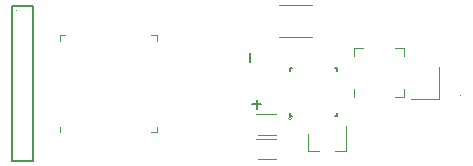
<source format=gto>
G04 #@! TF.GenerationSoftware,KiCad,Pcbnew,(5.1.4)-1*
G04 #@! TF.CreationDate,2020-12-28T11:58:51+03:00*
G04 #@! TF.ProjectId,main_block,6d61696e-5f62-46c6-9f63-6b2e6b696361,rev?*
G04 #@! TF.SameCoordinates,Original*
G04 #@! TF.FileFunction,Legend,Top*
G04 #@! TF.FilePolarity,Positive*
%FSLAX46Y46*%
G04 Gerber Fmt 4.6, Leading zero omitted, Abs format (unit mm)*
G04 Created by KiCad (PCBNEW (5.1.4)-1) date 2020-12-28 11:58:51*
%MOMM*%
%LPD*%
G04 APERTURE LIST*
%ADD10C,0.120000*%
%ADD11C,0.150000*%
%ADD12C,0.127000*%
%ADD13C,0.100000*%
G04 APERTURE END LIST*
D10*
X30600000Y-20450000D02*
G75*
G03X30600000Y-20450000I-50000J0D01*
G01*
D11*
X50421428Y-24830952D02*
X50421428Y-24069047D01*
X50569047Y-28371428D02*
X51330952Y-28371428D01*
X50950000Y-28752380D02*
X50950000Y-27990476D01*
X30250000Y-20100000D02*
X32050000Y-20100000D01*
X30250000Y-33200000D02*
X30250000Y-20100000D01*
X32050000Y-33200000D02*
X30250000Y-33200000D01*
X32050000Y-20100000D02*
X32050000Y-33200000D01*
D10*
X52847936Y-19940000D02*
X55652064Y-19940000D01*
X52847936Y-22660000D02*
X55652064Y-22660000D01*
X34290000Y-23015000D02*
X34290000Y-22540000D01*
X34290000Y-22540000D02*
X34765000Y-22540000D01*
X42510000Y-30285000D02*
X42510000Y-30760000D01*
X42510000Y-30760000D02*
X42035000Y-30760000D01*
X42510000Y-23015000D02*
X42510000Y-22540000D01*
X42510000Y-22540000D02*
X42035000Y-22540000D01*
X34290000Y-30285000D02*
X34290000Y-30760000D01*
D12*
X53950000Y-29350000D02*
X53750000Y-29350000D01*
X53750000Y-29350000D02*
X53750000Y-29150000D01*
X53750000Y-25550000D02*
X53750000Y-25350000D01*
X53750000Y-25350000D02*
X53950000Y-25350000D01*
X57750000Y-29150000D02*
X57750000Y-29350000D01*
X57750000Y-29350000D02*
X57550000Y-29350000D01*
X57550000Y-25350000D02*
X57750000Y-25350000D01*
X57750000Y-25350000D02*
X57750000Y-25550000D01*
D13*
X53927000Y-29600000D02*
G75*
G03X53927000Y-29600000I-127000J0D01*
G01*
D10*
X55320000Y-32360000D02*
X56250000Y-32360000D01*
X58480000Y-32360000D02*
X57550000Y-32360000D01*
X58480000Y-32360000D02*
X58480000Y-30200000D01*
X55320000Y-32360000D02*
X55320000Y-30900000D01*
X50880000Y-31350000D02*
X52580000Y-31350000D01*
X51030000Y-33050000D02*
X52580000Y-33050000D01*
X51030000Y-30950000D02*
X52580000Y-30950000D01*
X50880000Y-29250000D02*
X52580000Y-29250000D01*
X59190000Y-24315000D02*
X59190000Y-23590000D01*
X59190000Y-23590000D02*
X59915000Y-23590000D01*
X63410000Y-27085000D02*
X63410000Y-27810000D01*
X63410000Y-27810000D02*
X62685000Y-27810000D01*
X63410000Y-24315000D02*
X63410000Y-23590000D01*
X63410000Y-23590000D02*
X62685000Y-23590000D01*
X59190000Y-27085000D02*
X59190000Y-27810000D01*
X64050000Y-27950000D02*
X66350000Y-27950000D01*
X66350000Y-27950000D02*
X66350000Y-25250000D01*
D13*
X68250000Y-27640000D02*
G75*
G03X68250000Y-27640000I-50000J0D01*
G01*
M02*

</source>
